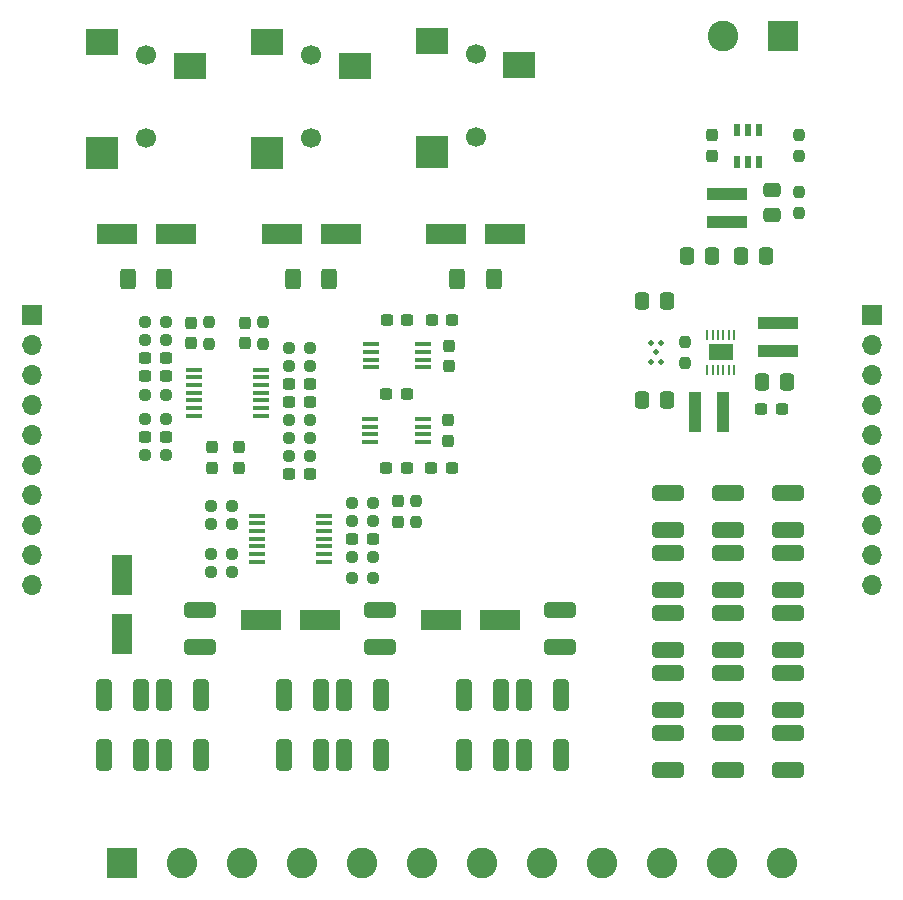
<source format=gbr>
%TF.GenerationSoftware,KiCad,Pcbnew,(6.0.8)*%
%TF.CreationDate,2022-11-04T20:36:36+01:00*%
%TF.ProjectId,Power_Meter,506f7765-725f-44d6-9574-65722e6b6963,rev?*%
%TF.SameCoordinates,Original*%
%TF.FileFunction,Soldermask,Top*%
%TF.FilePolarity,Negative*%
%FSLAX46Y46*%
G04 Gerber Fmt 4.6, Leading zero omitted, Abs format (unit mm)*
G04 Created by KiCad (PCBNEW (6.0.8)) date 2022-11-04 20:36:36*
%MOMM*%
%LPD*%
G01*
G04 APERTURE LIST*
G04 Aperture macros list*
%AMRoundRect*
0 Rectangle with rounded corners*
0 $1 Rounding radius*
0 $2 $3 $4 $5 $6 $7 $8 $9 X,Y pos of 4 corners*
0 Add a 4 corners polygon primitive as box body*
4,1,4,$2,$3,$4,$5,$6,$7,$8,$9,$2,$3,0*
0 Add four circle primitives for the rounded corners*
1,1,$1+$1,$2,$3*
1,1,$1+$1,$4,$5*
1,1,$1+$1,$6,$7*
1,1,$1+$1,$8,$9*
0 Add four rect primitives between the rounded corners*
20,1,$1+$1,$2,$3,$4,$5,0*
20,1,$1+$1,$4,$5,$6,$7,0*
20,1,$1+$1,$6,$7,$8,$9,0*
20,1,$1+$1,$8,$9,$2,$3,0*%
G04 Aperture macros list end*
%ADD10RoundRect,0.237500X-0.300000X-0.237500X0.300000X-0.237500X0.300000X0.237500X-0.300000X0.237500X0*%
%ADD11R,1.397000X0.431800*%
%ADD12RoundRect,0.250000X-0.337500X-0.475000X0.337500X-0.475000X0.337500X0.475000X-0.337500X0.475000X0*%
%ADD13RoundRect,0.237500X-0.250000X-0.237500X0.250000X-0.237500X0.250000X0.237500X-0.250000X0.237500X0*%
%ADD14RoundRect,0.250000X0.337500X0.475000X-0.337500X0.475000X-0.337500X-0.475000X0.337500X-0.475000X0*%
%ADD15R,1.800000X3.500000*%
%ADD16RoundRect,0.237500X-0.237500X0.250000X-0.237500X-0.250000X0.237500X-0.250000X0.237500X0.250000X0*%
%ADD17RoundRect,0.237500X0.250000X0.237500X-0.250000X0.237500X-0.250000X-0.237500X0.250000X-0.237500X0*%
%ADD18R,3.400000X0.980000*%
%ADD19RoundRect,0.250000X1.075000X-0.400000X1.075000X0.400000X-1.075000X0.400000X-1.075000X-0.400000X0*%
%ADD20R,0.980000X3.400000*%
%ADD21RoundRect,0.237500X0.300000X0.237500X-0.300000X0.237500X-0.300000X-0.237500X0.300000X-0.237500X0*%
%ADD22RoundRect,0.237500X-0.237500X0.300000X-0.237500X-0.300000X0.237500X-0.300000X0.237500X0.300000X0*%
%ADD23RoundRect,0.250000X-0.400000X-1.075000X0.400000X-1.075000X0.400000X1.075000X-0.400000X1.075000X0*%
%ADD24RoundRect,0.250000X0.400000X1.075000X-0.400000X1.075000X-0.400000X-1.075000X0.400000X-1.075000X0*%
%ADD25R,1.700000X1.700000*%
%ADD26O,1.700000X1.700000*%
%ADD27R,3.500000X1.800000*%
%ADD28RoundRect,0.250000X0.400000X0.625000X-0.400000X0.625000X-0.400000X-0.625000X0.400000X-0.625000X0*%
%ADD29RoundRect,0.237500X0.237500X-0.300000X0.237500X0.300000X-0.237500X0.300000X-0.237500X-0.300000X0*%
%ADD30R,0.558800X1.003300*%
%ADD31RoundRect,0.250000X-0.475000X0.337500X-0.475000X-0.337500X0.475000X-0.337500X0.475000X0.337500X0*%
%ADD32R,1.473200X0.355600*%
%ADD33R,0.203200X0.812800*%
%ADD34R,2.108200X1.320800*%
%ADD35R,2.600000X2.600000*%
%ADD36C,2.600000*%
%ADD37C,1.700000*%
%ADD38R,2.800000X2.200000*%
%ADD39R,2.800000X2.800000*%
%ADD40C,0.500000*%
G04 APERTURE END LIST*
D10*
%TO.C,C18*%
X109410000Y-89004901D03*
X111135000Y-89004901D03*
%TD*%
D11*
%TO.C,U4*%
X104196200Y-97386901D03*
X104196200Y-98036899D03*
X104196200Y-98686901D03*
X104196200Y-99336899D03*
X108615800Y-99336899D03*
X108615800Y-98686901D03*
X108615800Y-98036899D03*
X108615800Y-97386901D03*
%TD*%
D12*
%TO.C,C33*%
X131022500Y-83628000D03*
X133097500Y-83628000D03*
%TD*%
D13*
%TO.C,R40*%
X90669500Y-108787000D03*
X92494500Y-108787000D03*
%TD*%
D14*
%TO.C,C34*%
X137669500Y-83628000D03*
X135594500Y-83628000D03*
%TD*%
D15*
%TO.C,D4*%
X83200000Y-110605000D03*
X83200000Y-115605000D03*
%TD*%
D16*
%TO.C,R50*%
X108092000Y-104318500D03*
X108092000Y-106143500D03*
%TD*%
D17*
%TO.C,R49*%
X86909500Y-100455800D03*
X85084500Y-100455800D03*
%TD*%
%TO.C,R6*%
X99098500Y-92888500D03*
X97273500Y-92888500D03*
%TD*%
D18*
%TO.C,L3*%
X134346000Y-78379000D03*
X134346000Y-80749000D03*
%TD*%
D13*
%TO.C,R9*%
X85081500Y-89180100D03*
X86906500Y-89180100D03*
%TD*%
D19*
%TO.C,R28*%
X134508000Y-116949000D03*
X134508000Y-113849000D03*
%TD*%
D11*
%TO.C,U5*%
X104252700Y-91077902D03*
X104252700Y-91727900D03*
X104252700Y-92377902D03*
X104252700Y-93027900D03*
X108672300Y-93027900D03*
X108672300Y-92377902D03*
X108672300Y-91727900D03*
X108672300Y-91077902D03*
%TD*%
D20*
%TO.C,L2*%
X134007000Y-96836000D03*
X131637000Y-96836000D03*
%TD*%
D21*
%TO.C,C14*%
X107268500Y-101535000D03*
X105543500Y-101535000D03*
%TD*%
D22*
%TO.C,C20*%
X93106000Y-99796500D03*
X93106000Y-101521500D03*
%TD*%
D10*
%TO.C,C10*%
X102657500Y-107517000D03*
X104382500Y-107517000D03*
%TD*%
D16*
%TO.C,R12*%
X90566000Y-89182000D03*
X90566000Y-91007000D03*
%TD*%
D19*
%TO.C,R38*%
X89804000Y-116687000D03*
X89804000Y-113587000D03*
%TD*%
%TO.C,R14*%
X139588000Y-127101000D03*
X139588000Y-124001000D03*
%TD*%
D23*
%TO.C,R25*%
X81650000Y-120725000D03*
X84750000Y-120725000D03*
%TD*%
D10*
%TO.C,C21*%
X105543500Y-95313900D03*
X107268500Y-95313900D03*
%TD*%
D24*
%TO.C,R19*%
X84750000Y-125805000D03*
X81650000Y-125805000D03*
%TD*%
D25*
%TO.C,J6*%
X75500000Y-88580000D03*
D26*
X75500000Y-91120000D03*
X75500000Y-93660000D03*
X75500000Y-96200000D03*
X75500000Y-98740000D03*
X75500000Y-101280000D03*
X75500000Y-103820000D03*
X75500000Y-106360000D03*
X75500000Y-108900000D03*
X75500000Y-111440000D03*
%TD*%
D13*
%TO.C,R51*%
X85081500Y-95323100D03*
X86906500Y-95323100D03*
%TD*%
%TO.C,R53*%
X85082600Y-97405900D03*
X86907600Y-97405900D03*
%TD*%
D23*
%TO.C,R31*%
X86730000Y-120725000D03*
X89830000Y-120725000D03*
%TD*%
D27*
%TO.C,D2*%
X96676000Y-81764000D03*
X101676000Y-81764000D03*
%TD*%
D22*
%TO.C,C6*%
X89042000Y-89232000D03*
X89042000Y-90957000D03*
%TD*%
D24*
%TO.C,R21*%
X99990000Y-125805000D03*
X96890000Y-125805000D03*
%TD*%
D16*
%TO.C,R67*%
X140442000Y-73317500D03*
X140442000Y-75142500D03*
%TD*%
D21*
%TO.C,C9*%
X86856500Y-93775600D03*
X85131500Y-93775600D03*
%TD*%
D27*
%TO.C,D6*%
X110164000Y-114375000D03*
X115164000Y-114375000D03*
%TD*%
D28*
%TO.C,R2*%
X100726000Y-85574000D03*
X97626000Y-85574000D03*
%TD*%
D21*
%TO.C,C1*%
X99048500Y-95936500D03*
X97323500Y-95936500D03*
%TD*%
D29*
%TO.C,C8*%
X110774800Y-99224400D03*
X110774800Y-97499400D03*
%TD*%
%TO.C,C12*%
X106568000Y-106093500D03*
X106568000Y-104368500D03*
%TD*%
D19*
%TO.C,R22*%
X134508000Y-122029000D03*
X134508000Y-118929000D03*
%TD*%
D23*
%TO.C,R35*%
X117210000Y-120725000D03*
X120310000Y-120725000D03*
%TD*%
D13*
%TO.C,R54*%
X102607500Y-104469000D03*
X104432500Y-104469000D03*
%TD*%
D30*
%TO.C,U9*%
X135190599Y-75641550D03*
X136140600Y-75641550D03*
X137090601Y-75641550D03*
X137090601Y-72885650D03*
X136140600Y-72885650D03*
X135190599Y-72885650D03*
%TD*%
D19*
%TO.C,R42*%
X134508000Y-106789000D03*
X134508000Y-103689000D03*
%TD*%
D17*
%TO.C,R47*%
X92494500Y-110311000D03*
X90669500Y-110311000D03*
%TD*%
%TO.C,R43*%
X104432500Y-109041000D03*
X102607500Y-109041000D03*
%TD*%
D19*
%TO.C,R24*%
X129428000Y-122021000D03*
X129428000Y-118921000D03*
%TD*%
D10*
%TO.C,C23*%
X137293500Y-96582000D03*
X139018500Y-96582000D03*
%TD*%
D17*
%TO.C,R46*%
X92494500Y-104723000D03*
X90669500Y-104723000D03*
%TD*%
D23*
%TO.C,R27*%
X96890000Y-120725000D03*
X99990000Y-120725000D03*
%TD*%
D28*
%TO.C,R3*%
X114661000Y-85533000D03*
X111561000Y-85533000D03*
%TD*%
D16*
%TO.C,R61*%
X130790000Y-90843500D03*
X130790000Y-92668500D03*
%TD*%
D19*
%TO.C,R26*%
X139588000Y-116941000D03*
X139588000Y-113841000D03*
%TD*%
D25*
%TO.C,J7*%
X146620000Y-88580000D03*
D26*
X146620000Y-91120000D03*
X146620000Y-93660000D03*
X146620000Y-96200000D03*
X146620000Y-98740000D03*
X146620000Y-101280000D03*
X146620000Y-103820000D03*
X146620000Y-106360000D03*
X146620000Y-108900000D03*
X146620000Y-111440000D03*
%TD*%
D23*
%TO.C,R29*%
X112130000Y-120725000D03*
X115230000Y-120725000D03*
%TD*%
D27*
%TO.C,D3*%
X110611000Y-81723000D03*
X115611000Y-81723000D03*
%TD*%
D16*
%TO.C,R66*%
X140442000Y-78143500D03*
X140442000Y-79968500D03*
%TD*%
D31*
%TO.C,C31*%
X138156000Y-78018500D03*
X138156000Y-80093500D03*
%TD*%
D12*
%TO.C,C29*%
X127212500Y-87438000D03*
X129287500Y-87438000D03*
%TD*%
D22*
%TO.C,C19*%
X90820000Y-99796500D03*
X90820000Y-101521500D03*
%TD*%
D19*
%TO.C,R20*%
X139588000Y-122021000D03*
X139588000Y-118921000D03*
%TD*%
%TO.C,R16*%
X134508000Y-127109000D03*
X134508000Y-124009000D03*
%TD*%
D13*
%TO.C,R8*%
X85081500Y-90704100D03*
X86906500Y-90704100D03*
%TD*%
D21*
%TO.C,C4*%
X99048500Y-102056000D03*
X97323500Y-102056000D03*
%TD*%
D10*
%TO.C,C11*%
X85132600Y-98929900D03*
X86857600Y-98929900D03*
%TD*%
D19*
%TO.C,R30*%
X129428000Y-116941000D03*
X129428000Y-113841000D03*
%TD*%
D24*
%TO.C,R15*%
X105070000Y-125805000D03*
X101970000Y-125805000D03*
%TD*%
D19*
%TO.C,R39*%
X139588000Y-106781000D03*
X139588000Y-103681000D03*
%TD*%
D24*
%TO.C,R13*%
X89830000Y-125805000D03*
X86730000Y-125805000D03*
%TD*%
D19*
%TO.C,R32*%
X139588000Y-111861000D03*
X139588000Y-108761000D03*
%TD*%
D32*
%TO.C,U1*%
X94909400Y-97124501D03*
X94909400Y-96474500D03*
X94909400Y-95824499D03*
X94909400Y-95174500D03*
X94909400Y-94524501D03*
X94909400Y-93874500D03*
X94909400Y-93224501D03*
X89270600Y-93224499D03*
X89270600Y-93874500D03*
X89270600Y-94524499D03*
X89270600Y-95174500D03*
X89270600Y-95824499D03*
X89270600Y-96474500D03*
X89270600Y-97124499D03*
%TD*%
D17*
%TO.C,R52*%
X104432500Y-105993000D03*
X102607500Y-105993000D03*
%TD*%
D14*
%TO.C,C30*%
X129287500Y-95820000D03*
X127212500Y-95820000D03*
%TD*%
D28*
%TO.C,R1*%
X86747000Y-85574000D03*
X83647000Y-85574000D03*
%TD*%
D33*
%TO.C,U7*%
X134963002Y-90308200D03*
X134513000Y-90308200D03*
X134063001Y-90308200D03*
X133612999Y-90308200D03*
X133163000Y-90308200D03*
X132713001Y-90308200D03*
X132712998Y-93203800D03*
X133163000Y-93203800D03*
X133612999Y-93203800D03*
X134063001Y-93203800D03*
X134513000Y-93203800D03*
X134962999Y-93203800D03*
D34*
X133838000Y-91756000D03*
%TD*%
D19*
%TO.C,R45*%
X129428000Y-106781000D03*
X129428000Y-103681000D03*
%TD*%
D18*
%TO.C,L1*%
X138664000Y-91671000D03*
X138664000Y-89301000D03*
%TD*%
D21*
%TO.C,C2*%
X99048500Y-94412500D03*
X97323500Y-94412500D03*
%TD*%
D22*
%TO.C,C32*%
X133076000Y-73367500D03*
X133076000Y-75092500D03*
%TD*%
D19*
%TO.C,R36*%
X129428000Y-111861000D03*
X129428000Y-108761000D03*
%TD*%
D35*
%TO.C,J4*%
X83200000Y-135000000D03*
D36*
X88280000Y-135000000D03*
X93360000Y-135000000D03*
X98440000Y-135000000D03*
X103520000Y-135000000D03*
X108600000Y-135000000D03*
X113680000Y-135000000D03*
X118760000Y-135000000D03*
X123840000Y-135000000D03*
X128920000Y-135000000D03*
X134000000Y-135000000D03*
X139080000Y-135000000D03*
%TD*%
D16*
%TO.C,R11*%
X95138000Y-89182000D03*
X95138000Y-91007000D03*
%TD*%
D24*
%TO.C,R23*%
X115230000Y-125805000D03*
X112130000Y-125805000D03*
%TD*%
D12*
%TO.C,C22*%
X137372500Y-94296000D03*
X139447500Y-94296000D03*
%TD*%
D17*
%TO.C,R4*%
X99098500Y-97460500D03*
X97273500Y-97460500D03*
%TD*%
D37*
%TO.C,J3*%
X113111000Y-66523000D03*
X113111000Y-73523000D03*
D38*
X116811000Y-67423000D03*
X109411000Y-65423000D03*
D39*
X109411000Y-74823000D03*
%TD*%
D17*
%TO.C,R7*%
X99098500Y-91364500D03*
X97273500Y-91364500D03*
%TD*%
D37*
%TO.C,J1*%
X85197000Y-73564000D03*
X85197000Y-66564000D03*
D38*
X88897000Y-67464000D03*
X81497000Y-65464000D03*
D39*
X81497000Y-74864000D03*
%TD*%
D21*
%TO.C,C17*%
X107325000Y-89004901D03*
X105600000Y-89004901D03*
%TD*%
D27*
%TO.C,D1*%
X82697000Y-81764000D03*
X87697000Y-81764000D03*
%TD*%
D23*
%TO.C,R33*%
X101970000Y-120725000D03*
X105070000Y-120725000D03*
%TD*%
D17*
%TO.C,R5*%
X99098500Y-98984500D03*
X97273500Y-98984500D03*
%TD*%
D13*
%TO.C,R37*%
X90669500Y-106247000D03*
X92494500Y-106247000D03*
%TD*%
D17*
%TO.C,R10*%
X99098500Y-100532000D03*
X97273500Y-100532000D03*
%TD*%
D19*
%TO.C,R18*%
X129428000Y-127101000D03*
X129428000Y-124001000D03*
%TD*%
D22*
%TO.C,C5*%
X93614000Y-89232000D03*
X93614000Y-90957000D03*
%TD*%
D24*
%TO.C,R17*%
X120310000Y-125805000D03*
X117210000Y-125805000D03*
%TD*%
D10*
%TO.C,C15*%
X109353500Y-101535000D03*
X111078500Y-101535000D03*
%TD*%
D19*
%TO.C,R41*%
X105044000Y-116687000D03*
X105044000Y-113587000D03*
%TD*%
%TO.C,R34*%
X134508000Y-111869000D03*
X134508000Y-108769000D03*
%TD*%
D29*
%TO.C,C7*%
X110856700Y-92895200D03*
X110856700Y-91170200D03*
%TD*%
D35*
%TO.C,J5*%
X139085000Y-65000000D03*
D36*
X134005000Y-65000000D03*
%TD*%
D10*
%TO.C,C3*%
X85131500Y-92228100D03*
X86856500Y-92228100D03*
%TD*%
D37*
%TO.C,J2*%
X99176000Y-66564000D03*
X99176000Y-73564000D03*
D38*
X102876000Y-67464000D03*
X95476000Y-65464000D03*
D39*
X95476000Y-74864000D03*
%TD*%
D13*
%TO.C,R48*%
X102607500Y-110842500D03*
X104432500Y-110842500D03*
%TD*%
D19*
%TO.C,R44*%
X120284000Y-116687000D03*
X120284000Y-113587000D03*
%TD*%
D32*
%TO.C,U2*%
X94604600Y-105566999D03*
X94604600Y-106217000D03*
X94604600Y-106867001D03*
X94604600Y-107517000D03*
X94604600Y-108166999D03*
X94604600Y-108817000D03*
X94604600Y-109466999D03*
X100243400Y-109467001D03*
X100243400Y-108817000D03*
X100243400Y-108167001D03*
X100243400Y-107517000D03*
X100243400Y-106867001D03*
X100243400Y-106217000D03*
X100243400Y-105567001D03*
%TD*%
D27*
%TO.C,D5*%
X94924000Y-114375000D03*
X99924000Y-114375000D03*
%TD*%
D40*
%TO.C,U8*%
X128377000Y-91756000D03*
X127927000Y-90956000D03*
X127927000Y-92556000D03*
X128827000Y-90956000D03*
X128827000Y-92556000D03*
%TD*%
M02*

</source>
